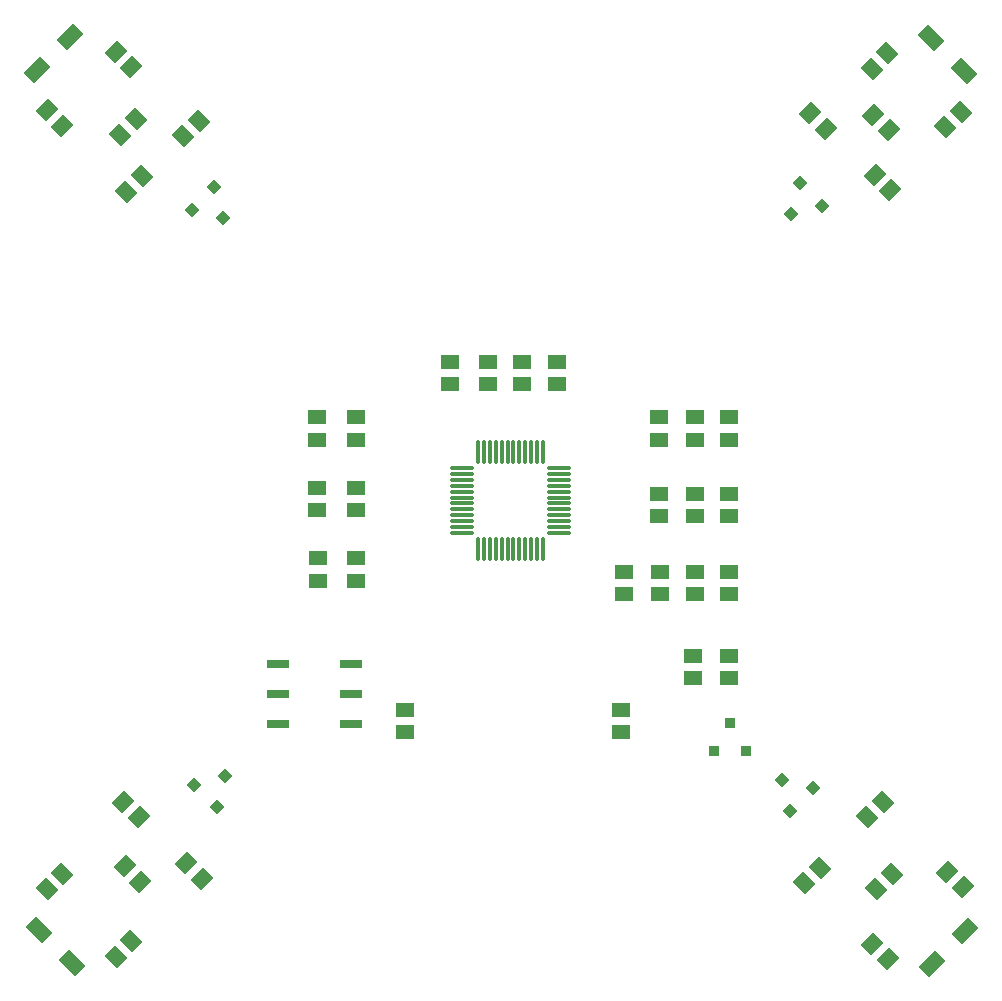
<source format=gtp>
%FSLAX25Y25*%
%MOIN*%
G70*
G01*
G75*
G04 Layer_Color=8421504*
%ADD10R,0.05906X0.05118*%
%ADD11R,0.07480X0.02756*%
G04:AMPARAMS|DCode=12|XSize=59.06mil|YSize=51.18mil|CornerRadius=0mil|HoleSize=0mil|Usage=FLASHONLY|Rotation=315.000|XOffset=0mil|YOffset=0mil|HoleType=Round|Shape=Rectangle|*
%AMROTATEDRECTD12*
4,1,4,-0.03897,0.00278,-0.00278,0.03897,0.03897,-0.00278,0.00278,-0.03897,-0.03897,0.00278,0.0*
%
%ADD12ROTATEDRECTD12*%

G04:AMPARAMS|DCode=13|XSize=59.06mil|YSize=51.18mil|CornerRadius=0mil|HoleSize=0mil|Usage=FLASHONLY|Rotation=225.000|XOffset=0mil|YOffset=0mil|HoleType=Round|Shape=Rectangle|*
%AMROTATEDRECTD13*
4,1,4,0.00278,0.03897,0.03897,0.00278,-0.00278,-0.03897,-0.03897,-0.00278,0.00278,0.03897,0.0*
%
%ADD13ROTATEDRECTD13*%

%ADD14O,0.08268X0.01181*%
%ADD15O,0.01181X0.08268*%
G04:AMPARAMS|DCode=16|XSize=78.74mil|YSize=47.24mil|CornerRadius=0mil|HoleSize=0mil|Usage=FLASHONLY|Rotation=225.000|XOffset=0mil|YOffset=0mil|HoleType=Round|Shape=Rectangle|*
%AMROTATEDRECTD16*
4,1,4,0.01114,0.04454,0.04454,0.01114,-0.01114,-0.04454,-0.04454,-0.01114,0.01114,0.04454,0.0*
%
%ADD16ROTATEDRECTD16*%

G04:AMPARAMS|DCode=17|XSize=78.74mil|YSize=47.24mil|CornerRadius=0mil|HoleSize=0mil|Usage=FLASHONLY|Rotation=135.000|XOffset=0mil|YOffset=0mil|HoleType=Round|Shape=Rectangle|*
%AMROTATEDRECTD17*
4,1,4,0.04454,-0.01114,0.01114,-0.04454,-0.04454,0.01114,-0.01114,0.04454,0.04454,-0.01114,0.0*
%
%ADD17ROTATEDRECTD17*%

G04:AMPARAMS|DCode=18|XSize=35.43mil|YSize=37.4mil|CornerRadius=0mil|HoleSize=0mil|Usage=FLASHONLY|Rotation=225.000|XOffset=0mil|YOffset=0mil|HoleType=Round|Shape=Rectangle|*
%AMROTATEDRECTD18*
4,1,4,-0.00070,0.02575,0.02575,-0.00070,0.00070,-0.02575,-0.02575,0.00070,-0.00070,0.02575,0.0*
%
%ADD18ROTATEDRECTD18*%

G04:AMPARAMS|DCode=19|XSize=35.43mil|YSize=37.4mil|CornerRadius=0mil|HoleSize=0mil|Usage=FLASHONLY|Rotation=225.000|XOffset=0mil|YOffset=0mil|HoleType=Round|Shape=Rectangle|*
%AMROTATEDRECTD19*
4,1,4,-0.00070,0.02575,0.02575,-0.00070,0.00070,-0.02575,-0.02575,0.00070,-0.00070,0.02575,0.0*
%
%ADD19ROTATEDRECTD19*%

G04:AMPARAMS|DCode=20|XSize=35.43mil|YSize=37.4mil|CornerRadius=0mil|HoleSize=0mil|Usage=FLASHONLY|Rotation=315.000|XOffset=0mil|YOffset=0mil|HoleType=Round|Shape=Rectangle|*
%AMROTATEDRECTD20*
4,1,4,-0.02575,-0.00070,0.00070,0.02575,0.02575,0.00070,-0.00070,-0.02575,-0.02575,-0.00070,0.0*
%
%ADD20ROTATEDRECTD20*%

G04:AMPARAMS|DCode=21|XSize=35.43mil|YSize=37.4mil|CornerRadius=0mil|HoleSize=0mil|Usage=FLASHONLY|Rotation=315.000|XOffset=0mil|YOffset=0mil|HoleType=Round|Shape=Rectangle|*
%AMROTATEDRECTD21*
4,1,4,-0.02575,-0.00070,0.00070,0.02575,0.02575,0.00070,-0.00070,-0.02575,-0.02575,-0.00070,0.0*
%
%ADD21ROTATEDRECTD21*%

%ADD22R,0.03543X0.03740*%
%ADD23R,0.03543X0.03740*%
%ADD24C,0.01063*%
%ADD25C,0.01181*%
%ADD26C,0.02756*%
%ADD27C,0.01969*%
%ADD28C,0.05906*%
%ADD29R,0.05906X0.05906*%
%ADD30R,0.05906X0.05906*%
%ADD31C,0.31496*%
%ADD32C,0.08268*%
%ADD33C,0.01969*%
%ADD34C,0.03150*%
%ADD35R,0.05118X0.05906*%
%ADD36R,0.06000X0.06000*%
%ADD37R,0.01575X0.03937*%
%ADD38R,0.01575X0.03937*%
%ADD39C,0.02362*%
%ADD40C,0.00984*%
%ADD41C,0.01000*%
%ADD42C,0.00787*%
D10*
X453500Y801760D02*
D03*
Y809240D02*
D03*
X442000Y801760D02*
D03*
Y809240D02*
D03*
X430000Y801760D02*
D03*
Y809240D02*
D03*
X453500Y783240D02*
D03*
Y775760D02*
D03*
X442000Y783240D02*
D03*
Y775760D02*
D03*
X430500Y783240D02*
D03*
Y775760D02*
D03*
X384500Y845760D02*
D03*
Y853240D02*
D03*
X373000D02*
D03*
Y845760D02*
D03*
X360500Y853240D02*
D03*
Y845760D02*
D03*
X316500Y787740D02*
D03*
Y780260D02*
D03*
X453500Y834740D02*
D03*
Y827260D02*
D03*
X396000Y853240D02*
D03*
Y845760D02*
D03*
X453500Y747760D02*
D03*
Y755240D02*
D03*
X441500Y747760D02*
D03*
Y755240D02*
D03*
X329000Y827260D02*
D03*
Y834740D02*
D03*
X316000Y827260D02*
D03*
Y834740D02*
D03*
X329000Y780260D02*
D03*
Y787740D02*
D03*
Y803760D02*
D03*
Y811240D02*
D03*
X316000D02*
D03*
Y803760D02*
D03*
X442000Y834740D02*
D03*
Y827260D02*
D03*
X418500Y783240D02*
D03*
Y775760D02*
D03*
X430000Y827260D02*
D03*
Y834740D02*
D03*
X417500Y737240D02*
D03*
Y729760D02*
D03*
X345500D02*
D03*
Y737240D02*
D03*
D11*
X327500Y732500D02*
D03*
Y742500D02*
D03*
Y752500D02*
D03*
X303000Y732500D02*
D03*
Y742500D02*
D03*
Y752500D02*
D03*
D12*
X507645Y682645D02*
D03*
X502355Y677355D02*
D03*
X478355Y679355D02*
D03*
X483645Y684645D02*
D03*
X504645Y706645D02*
D03*
X499355Y701355D02*
D03*
X506145Y956145D02*
D03*
X500855Y950855D02*
D03*
X525355Y931355D02*
D03*
X530645Y936645D02*
D03*
X250355Y928855D02*
D03*
X255645Y934145D02*
D03*
X248855Y654855D02*
D03*
X254145Y660145D02*
D03*
X225855Y677355D02*
D03*
X231145Y682645D02*
D03*
X276645Y933645D02*
D03*
X271355Y928355D02*
D03*
X252355Y909855D02*
D03*
X257645Y915145D02*
D03*
D13*
X531463Y678037D02*
D03*
X526173Y683327D02*
D03*
X501173Y659327D02*
D03*
X506463Y654037D02*
D03*
X507145Y910355D02*
D03*
X501855Y915645D02*
D03*
X480355Y936145D02*
D03*
X485645Y930855D02*
D03*
X501355Y935645D02*
D03*
X506645Y930355D02*
D03*
X257145Y679855D02*
D03*
X251855Y685145D02*
D03*
X277645Y680855D02*
D03*
X272355Y686145D02*
D03*
X251355Y706645D02*
D03*
X256645Y701355D02*
D03*
X254145Y951355D02*
D03*
X248855Y956645D02*
D03*
X225855Y937145D02*
D03*
X231145Y931855D02*
D03*
D14*
X364358Y796173D02*
D03*
Y798142D02*
D03*
X364358Y800110D02*
D03*
Y802079D02*
D03*
Y804047D02*
D03*
Y806016D02*
D03*
Y807984D02*
D03*
Y809953D02*
D03*
Y811921D02*
D03*
Y813890D02*
D03*
X364358Y815858D02*
D03*
Y817827D02*
D03*
X396642D02*
D03*
Y815858D02*
D03*
X396642Y813890D02*
D03*
Y811921D02*
D03*
Y809953D02*
D03*
Y807984D02*
D03*
Y806016D02*
D03*
Y804047D02*
D03*
Y802079D02*
D03*
Y800110D02*
D03*
X396642Y798142D02*
D03*
Y796173D02*
D03*
D15*
X369673Y823142D02*
D03*
X371642D02*
D03*
X373610Y823142D02*
D03*
X375579D02*
D03*
X377547D02*
D03*
X379516D02*
D03*
X381484D02*
D03*
X383453D02*
D03*
X385421D02*
D03*
X387390D02*
D03*
X389358Y823142D02*
D03*
X391327D02*
D03*
Y790858D02*
D03*
X389358D02*
D03*
X387390Y790858D02*
D03*
X385421D02*
D03*
X383453D02*
D03*
X381484D02*
D03*
X379516D02*
D03*
X377547D02*
D03*
X375579D02*
D03*
X373610D02*
D03*
X371642Y790858D02*
D03*
X369673D02*
D03*
D16*
X521105Y652581D02*
D03*
X532065Y663542D02*
D03*
X233713Y961601D02*
D03*
X222753Y950640D02*
D03*
D17*
X223399Y663713D02*
D03*
X234360Y652753D02*
D03*
X531601Y950287D02*
D03*
X520640Y961247D02*
D03*
D18*
X284544Y901116D02*
D03*
X281707Y911364D02*
D03*
X470956Y713884D02*
D03*
X473793Y703636D02*
D03*
D19*
X274282Y903939D02*
D03*
X481218Y711061D02*
D03*
D20*
X285384Y715044D02*
D03*
X275136Y712207D02*
D03*
X474116Y902456D02*
D03*
X484364Y905293D02*
D03*
D21*
X282561Y704782D02*
D03*
X476939Y912718D02*
D03*
D22*
X453740Y732752D02*
D03*
X448500Y723500D02*
D03*
D23*
X459000D02*
D03*
M02*

</source>
